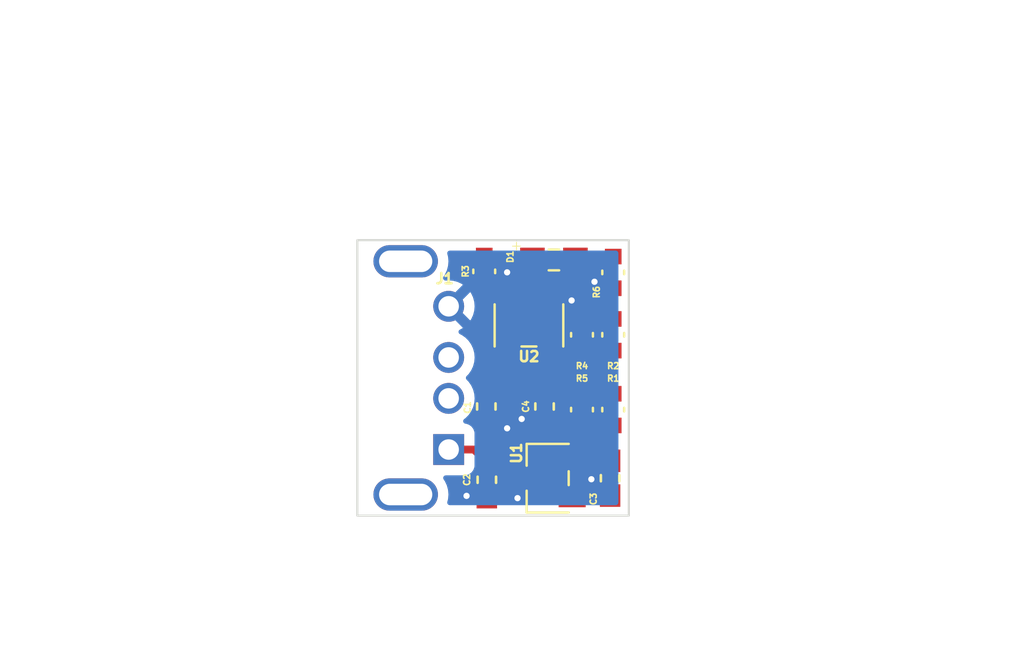
<source format=kicad_pcb>
(kicad_pcb (version 20211014) (generator pcbnew)
  (layers (0 "F.Cu" signal) (31 "B.Cu" signal) (34 "B.Paste" user) (35 "F.Paste" user) (36 "B.SilkS" user "B.Silkscreen") (37 "F.SilkS" user "F.Silkscreen") (38 "B.Mask" user) (39 "F.Mask" user) (44 "Edge.Cuts" user))
  (net 0 "")
  (net 1 "GND")
  (net 2 "Net-(C1-Pad2)")
  (net 3 "Net-(R1-Pad1)")
  (net 4 "Net-(R1-Pad2)")
  (net 5 "Net-(C2-Pad1)")
  (net 6 "Net-(C3-Pad2)")
  (net 7 "Net-(D1-Pad-)")
  (net 8 "Net-(D1-Pad+)")
  (footprint "EclectronicsMP1:MOLEX_48037-0001" (layer "F.Cu") (at 141.6543 89.73855 -90)
    (fp_text reference "J1" (at -4.85175 -1.9065 180) (layer "F.SilkS") (effects (font (size 0.5 0.5) (thickness 0.125))))
    (fp_text value "48037-0001")
    (pad "" np_thru_hole circle (at -2.25 0 270) (size 1.25 1.25) (drill 1.25) (layers *.Cu *.Mask))
    (pad "" np_thru_hole circle (at 2.25 0 270) (size 1.25 1.25) (drill 1.25) (layers *.Cu *.Mask))
    (pad "1" thru_hole rect (at 3.5 -2.1 270) (size 1.508 1.508) (drill 1) (layers *.Cu *.Mask) (net 5 "Net-(C2-Pad1)"))
    (pad "2" thru_hole circle (at 1 -2.1 270) (size 1.508 1.508) (drill 1) (layers *.Cu *.Mask))
    (pad "3" thru_hole circle (at -1 -2.1 270) (size 1.508 1.508) (drill 1) (layers *.Cu *.Mask))
    (pad "4" thru_hole circle (at -3.5 -2.1 270) (size 1.508 1.508) (drill 1) (layers *.Cu *.Mask) (net 1 "GND"))
    (pad "S1" thru_hole oval (at 5.7 0 270) (size 1.575 3.15) (drill oval 1.05 2.6) (layers *.Cu *.Mask))
    (pad "S2" thru_hole oval (at -5.7 0 270) (size 1.575 3.15) (drill oval 1.05 2.6) (layers *.Cu *.Mask))
  )
  (footprint "EclectronicsMP1:CAPC1608X90" (layer "F.Cu") (at 151.638 94.6404 90)
    (fp_text reference "C3" (at -1.016 -0.8128 90) (layer "F.SilkS") (effects (font (size 0.3 0.3) (thickness 0.075))))
    (fp_text value "C0603C105K3RACTU")
    (fp_line (start -0.15 -0.45) (end 0.15 -0.45) (layer "F.SilkS") (width 0.127))
    (fp_line (start -0.15 0.45) (end 0.15 0.45) (layer "F.SilkS") (width 0.127))
    (pad "1" smd rect (at -0.85 0 90) (size 1.1 1) (layers "F.Cu" "F.Paste" "F.Mask") (net 1 "GND"))
    (pad "2" smd rect (at 0.85 0 90) (size 1.1 1) (layers "F.Cu" "F.Paste" "F.Mask") (net 6 "Net-(C3-Pad2)"))
  )
  (footprint "EclectronicsMP1:MCP6021T-E&slash_OT" (layer "F.Cu") (at 147.6756 87.1728 -90)
    (fp_text reference "U2" (at 1.524 0 -180) (layer "F.SilkS") (effects (font (size 0.5 0.5) (thickness 0.125))))
    (fp_text value "MCP6021T-E/OT")
    (fp_line (start 1.0287 -1.6764) (end -1.0287 -1.6764) (layer "F.SilkS") (width 0.12))
    (fp_line (start -1.0287 1.6764) (end 1.0287 1.6764) (layer "F.SilkS") (width 0.12))
    (fp_line (start 1.0287 0.363261) (end 1.0287 -0.363261) (layer "F.SilkS") (width 0.12))
    (pad "1" smd rect (at -1.2954 -0.950001 270) (size 1.3208 0.508) (layers "F.Cu" "F.Paste" "F.Mask") (net 8 "Net-(D1-Pad+)"))
    (pad "2" smd rect (at -1.2954 0 270) (size 1.3208 0.508) (layers "F.Cu" "F.Paste" "F.Mask") (net 1 "GND"))
    (pad "3" smd rect (at -1.2954 0.950001 270) (size 1.3208 0.508) (layers "F.Cu" "F.Paste" "F.Mask") (net 3 "Net-(R1-Pad1)"))
    (pad "4" smd rect (at 1.2954 0.950001 270) (size 1.3208 0.508) (layers "F.Cu" "F.Paste" "F.Mask") (net 2 "Net-(C1-Pad2)"))
    (pad "5" smd rect (at 1.2954 -0.950001 270) (size 1.3208 0.508) (layers "F.Cu" "F.Paste" "F.Mask") (net 6 "Net-(C3-Pad2)"))
  )
  (footprint "EclectronicsMP1:MCP1702T-3302E&slash_CB" (layer "F.Cu") (at 148.59 94.6404 90)
    (fp_text reference "U1" (at 1.2192 -1.524 90) (layer "F.SilkS") (effects (font (size 0.5 0.5) (thickness 0.125))))
    (fp_text value "MCP1702T-3302E/CB")
    (fp_line (start -1.676999 -1.027) (end -1.676999 1.027) (layer "F.SilkS") (width 0.12))
    (fp_line (start 1.676999 1.027) (end 1.676999 -1.027) (layer "F.SilkS") (width 0.12))
    (fp_line (start -0.61214 -1.027) (end -1.676999 -1.027) (layer "F.SilkS") (width 0.12))
    (fp_line (start 1.676999 -1.027) (end 0.61214 -1.027) (layer "F.SilkS") (width 0.12))
    (fp_line (start -0.337861 1.027) (end 0.337861 1.027) (layer "F.SilkS") (width 0.12))
    (pad "1" smd rect (at -0.950001 1.1952 90) (size 0.9398 1.3208) (layers "F.Cu" "F.Paste" "F.Mask") (net 1 "GND"))
    (pad "2" smd rect (at 0.950001 1.1952 90) (size 0.9398 1.3208) (layers "F.Cu" "F.Paste" "F.Mask") (net 6 "Net-(C3-Pad2)"))
    (pad "3" smd rect (at 0 -1.1952 90) (size 0.9398 1.3208) (layers "F.Cu" "F.Paste" "F.Mask") (net 5 "Net-(C2-Pad1)"))
  )
  (footprint "EclectronicsMP1:RC0603FR-078K06L" (layer "F.Cu") (at 151.7904 87.63 90)
    (fp_text reference "R2" (at -1.524 0 180) (layer "F.SilkS") (effects (font (size 0.3 0.3) (thickness 0.075))))
    (fp_text value "RC0603FR-078K06L")
    (fp_line (start 0.08615 -0.5334) (end -0.08615 -0.5334) (layer "F.SilkS") (width 0.12))
    (fp_line (start -0.08615 0.5334) (end 0.08615 0.5334) (layer "F.SilkS") (width 0.12))
    (pad "1" smd rect (at -0.7747 0 90) (size 0.762 0.8128) (layers "F.Cu" "F.Paste" "F.Mask") (net 3 "Net-(R1-Pad1)"))
    (pad "2" smd rect (at 0.7747 0 90) (size 0.762 0.8128) (layers "F.Cu" "F.Paste" "F.Mask") (net 8 "Net-(D1-Pad+)"))
  )
  (footprint "EclectronicsMP1:RC0603FR-072ML" (layer "F.Cu") (at 145.4912 84.5312 -90)
    (fp_text reference "R3" (at 0 0.9144 -270) (layer "F.SilkS") (effects (font (size 0.3 0.3) (thickness 0.075))))
    (fp_text value "RC0603FR-072ML")
    (fp_line (start 0.08615 -0.5334) (end -0.08615 -0.5334) (layer "F.SilkS") (width 0.12))
    (fp_line (start -0.08615 0.5334) (end 0.08615 0.5334) (layer "F.SilkS") (width 0.12))
    (pad "1" smd rect (at -0.7747 0 270) (size 0.762 0.8128) (layers "F.Cu" "F.Paste" "F.Mask") (net 8 "Net-(D1-Pad+)"))
    (pad "2" smd rect (at 0.7747 0 270) (size 0.762 0.8128) (layers "F.Cu" "F.Paste" "F.Mask") (net 2 "Net-(C1-Pad2)"))
  )
  (footprint "EclectronicsMP1:RC0603FR-071K43L" (layer "F.Cu") (at 151.7904 91.2876 -90)
    (fp_text reference "R1" (at -1.524 0 180) (layer "F.SilkS") (effects (font (size 0.3 0.3) (thickness 0.075))))
    (fp_text value "RC0603FR-071K43L")
    (fp_line (start 0.08615 -0.5334) (end -0.08615 -0.5334) (layer "F.SilkS") (width 0.12))
    (fp_line (start -0.08615 0.5334) (end 0.08615 0.5334) (layer "F.SilkS") (width 0.12))
    (pad "1" smd rect (at -0.7747 0 270) (size 0.762 0.8128) (layers "F.Cu" "F.Paste" "F.Mask") (net 3 "Net-(R1-Pad1)"))
    (pad "2" smd rect (at 0.7747 0 270) (size 0.762 0.8128) (layers "F.Cu" "F.Paste" "F.Mask") (net 4 "Net-(R1-Pad2)"))
  )
  (footprint "EclectronicsMP1:RC0603FR-07100RL" (layer "F.Cu") (at 150.2664 87.63 90)
    (fp_text reference "R4" (at -1.524 0 180) (layer "F.SilkS") (effects (font (size 0.3 0.3) (thickness 0.075))))
    (fp_text value "RC0603FR-07100RL")
    (fp_line (start -0.08615 0.5334) (end 0.08615 0.5334) (layer "F.SilkS") (width 0.12))
    (fp_line (start 0.08615 -0.5334) (end -0.08615 -0.5334) (layer "F.SilkS") (width 0.12))
    (pad "1" smd rect (at -0.7747 0 90) (size 0.762 0.8128) (layers "F.Cu" "F.Paste" "F.Mask") (net 4 "Net-(R1-Pad2)"))
    (pad "2" smd rect (at 0.7747 0 90) (size 0.762 0.8128) (layers "F.Cu" "F.Paste" "F.Mask") (net 1 "GND"))
  )
  (footprint "EclectronicsMP1:DIOC200X125X110" (layer "F.Cu") (at 148.8948 83.9724 180)
    (fp_text reference "D1" (at 2.1336 0.1524 90) (layer "F.SilkS") (effects (font (size 0.3 0.3) (thickness 0.075))))
    (fp_text value "LTST-C171KRKT")
    (fp_text user "+" (at 1.8288 0.635 180 unlocked) (layer "F.SilkS") (effects (font (size 0.5 0.5) (thickness 0.05))))
    (fp_line (start -0.254 -0.508) (end 0.254 -0.508) (layer "F.SilkS") (width 0.12))
    (fp_line (start -0.254 0.508) (end 0.254 0.508) (layer "F.SilkS") (width 0.12))
    (pad "+" smd rect (at 1.05 0 180) (size 1.2 1.2) (layers "F.Cu" "F.Paste" "F.Mask") (net 8 "Net-(D1-Pad+)"))
    (pad "-" smd rect (at -1.05 0 180) (size 1.2 1.2) (layers "F.Cu" "F.Paste" "F.Mask") (net 7 "Net-(D1-Pad-)"))
  )
  (footprint "EclectronicsMP1:RC0603FR-0763R4L" (layer "F.Cu") (at 151.7904 84.582 90)
    (fp_text reference "R6" (at -0.9652 -0.8128 90) (layer "F.SilkS") (effects (font (size 0.3 0.3) (thickness 0.075))))
    (fp_text value "RC0603FR-0763R4L")
    (fp_line (start 0.08615 -0.5334) (end -0.08615 -0.5334) (layer "F.SilkS") (width 0.12))
    (fp_line (start -0.08615 0.5334) (end 0.08615 0.5334) (layer "F.SilkS") (width 0.12))
    (pad "1" smd rect (at -0.7747 0 90) (size 0.762 0.8128) (layers "F.Cu" "F.Paste" "F.Mask") (net 1 "GND"))
    (pad "2" smd rect (at 0.7747 0 90) (size 0.762 0.8128) (layers "F.Cu" "F.Paste" "F.Mask") (net 7 "Net-(D1-Pad-)"))
  )
  (footprint "EclectronicsMP1:RC0603FR-07100RL" (layer "F.Cu") (at 150.2664 91.2876 90)
    (fp_text reference "R5" (at 1.524 0 180) (layer "F.SilkS") (effects (font (size 0.3 0.3) (thickness 0.075))))
    (fp_text value "RC0603FR-07100RL")
    (fp_line (start 0.08615 -0.5334) (end -0.08615 -0.5334) (layer "F.SilkS") (width 0.12))
    (fp_line (start -0.08615 0.5334) (end 0.08615 0.5334) (layer "F.SilkS") (width 0.12))
    (pad "1" smd rect (at -0.7747 0 90) (size 0.762 0.8128) (layers "F.Cu" "F.Paste" "F.Mask") (net 6 "Net-(C3-Pad2)"))
    (pad "2" smd rect (at 0.7747 0 90) (size 0.762 0.8128) (layers "F.Cu" "F.Paste" "F.Mask") (net 4 "Net-(R1-Pad2)"))
  )
  (footprint "EclectronicsMP1:CAPC1608X90" (layer "F.Cu") (at 145.6182 94.7166 -90)
    (fp_text reference "C2" (at 0 0.9724 90) (layer "F.SilkS") (effects (font (size 0.3 0.3) (thickness 0.075))))
    (fp_text value "C0603C105K3RACTU")
    (fp_line (start -0.15 0.45) (end 0.15 0.45) (layer "F.SilkS") (width 0.127))
    (fp_line (start -0.15 -0.45) (end 0.15 -0.45) (layer "F.SilkS") (width 0.127))
    (pad "1" smd rect (at -0.85 0 270) (size 1.1 1) (layers "F.Cu" "F.Paste" "F.Mask") (net 5 "Net-(C2-Pad1)"))
    (pad "2" smd rect (at 0.85 0 270) (size 1.1 1) (layers "F.Cu" "F.Paste" "F.Mask") (net 1 "GND"))
  )
  (footprint "EclectronicsMP1:CAPC1608X90" (layer "F.Cu") (at 148.4376 91.1352 90)
    (fp_text reference "C4" (at 0 -0.9144 90) (layer "F.SilkS") (effects (font (size 0.3 0.3) (thickness 0.075))))
    (fp_text value "CC0603JRX7R9BB104")
    (fp_line (start -0.15 0.45) (end 0.15 0.45) (layer "F.SilkS") (width 0.127))
    (fp_line (start -0.15 -0.45) (end 0.15 -0.45) (layer "F.SilkS") (width 0.127))
    (pad "1" smd rect (at -0.85 0 90) (size 1.1 1) (layers "F.Cu" "F.Paste" "F.Mask") (net 1 "GND"))
    (pad "2" smd rect (at 0.85 0 90) (size 1.1 1) (layers "F.Cu" "F.Paste" "F.Mask") (net 6 "Net-(C3-Pad2)"))
  )
  (footprint "EclectronicsMP1:CAPC1608X90" (layer "F.Cu") (at 145.5928 91.1352 90)
    (fp_text reference "C1" (at -0.0508 -0.9144 90) (layer "F.SilkS") (effects (font (size 0.3 0.3) (thickness 0.075))))
    (fp_text value "CC0603JRX7R9BB104")
    (fp_line (start -0.15 -0.45) (end 0.15 -0.45) (layer "F.SilkS") (width 0.127))
    (fp_line (start -0.15 0.45) (end 0.15 0.45) (layer "F.SilkS") (width 0.127))
    (pad "1" smd rect (at -0.85 0 90) (size 1.1 1) (layers "F.Cu" "F.Paste" "F.Mask") (net 1 "GND"))
    (pad "2" smd rect (at 0.85 0 90) (size 1.1 1) (layers "F.Cu" "F.Paste" "F.Mask") (net 2 "Net-(C1-Pad2)"))
  )
  (gr_rect (start 152.5524 96.4692) (end 139.2936 83.0072) (layer "Edge.Cuts") (width 0.1) (fill none))
  (segment (start 144.6276 95.504) (end 144.6902 95.5666) (width 0.381) (layer "F.Cu") (net 1))
  (segment (start 147.6756 85.8774) (end 147.6756 85.4668) (width 0.2032) (layer "F.Cu") (net 1))
  (segment (start 151.638 95.4904) (end 151.5228 95.4904) (width 0.381) (layer "F.Cu") (net 1))
  (segment (start 144.6902 95.5666) (end 145.6182 95.5666) (width 0.381) (layer "F.Cu") (net 1))
  (segment (start 146.6088 92.202) (end 146.392 91.9852) (width 0.2032) (layer "F.Cu") (net 1))
  (segment (start 147.5604 91.9852) (end 147.32 91.7448) (width 0.381) (layer "F.Cu") (net 1))
  (segment (start 149.7852 95.590401) (end 147.141001 95.590401) (width 0.381) (layer "F.Cu") (net 1))
  (segment (start 150.2664 86.4616) (end 150.2664 86.8553) (width 0.2032) (layer "F.Cu") (net 1))
  (segment (start 146.392 91.9852) (end 145.5928 91.9852) (width 0.2032) (layer "F.Cu") (net 1))
  (segment (start 147.6756 85.4668) (end 146.7871 84.5783) (width 0.2032) (layer "F.Cu") (net 1))
  (segment (start 151.1935 85.3567) (end 151.7904 85.3567) (width 0.2032) (layer "F.Cu") (net 1))
  (segment (start 148.4376 91.9852) (end 147.5604 91.9852) (width 0.381) (layer "F.Cu") (net 1))
  (segment (start 147.141001 95.590401) (end 147.1168 95.614602) (width 0.381) (layer "F.Cu") (net 1))
  (segment (start 151.5228 95.4904) (end 150.7236 94.6912) (width 0.381) (layer "F.Cu") (net 1))
  (segment (start 149.7584 85.9536) (end 150.2664 86.4616) (width 0.2032) (layer "F.Cu") (net 1))
  (segment (start 146.7871 84.5783) (end 146.6088 84.5783) (width 0.2032) (layer "F.Cu") (net 1))
  (segment (start 151.638 95.4904) (end 151.443089 95.4904) (width 0.381) (layer "F.Cu") (net 1))
  (segment (start 150.876 85.0392) (end 151.1935 85.3567) (width 0.2032) (layer "F.Cu") (net 1))
  (via (at 146.6088 84.5783) (size 0.6096) (drill 0.3048) (layers "F.Cu" "B.Cu") (net 1))
  (via (at 147.32 91.7448) (size 0.6096) (drill 0.3048) (layers "F.Cu" "B.Cu") (net 1))
  (via (at 150.876 85.0392) (size 0.6096) (drill 0.3048) (layers "F.Cu" "B.Cu") (net 1))
  (via (at 149.7584 85.9536) (size 0.6096) (drill 0.3048) (layers "F.Cu" "B.Cu") (net 1))
  (via (at 147.1168 95.614602) (size 0.6096) (drill 0.3048) (layers "F.Cu" "B.Cu") (net 1))
  (via (at 150.7236 94.6912) (size 0.6096) (drill 0.3048) (layers "F.Cu" "B.Cu") (net 1))
  (via (at 144.6276 95.504) (size 0.6096) (drill 0.3048) (layers "F.Cu" "B.Cu") (net 1))
  (via (at 146.6088 92.202) (size 0.6096) (drill 0.3048) (layers "F.Cu" "B.Cu") (net 1))
  (segment (start 145.4912 87.233801) (end 145.4912 85.3059) (width 0.2032) (layer "F.Cu") (net 2))
  (segment (start 146.725599 88.4682) (end 145.4912 87.233801) (width 0.2032) (layer "F.Cu") (net 2))
  (segment (start 146.725599 88.4682) (end 146.725599 89.152401) (width 0.2032) (layer "F.Cu") (net 2))
  (segment (start 146.725599 89.152401) (end 145.5928 90.2852) (width 0.2032) (layer "F.Cu") (net 2))
  (segment (start 149.352 87.4776) (end 147.828 87.4776) (width 0.2032) (layer "F.Cu") (net 3))
  (segment (start 151.7904 90.5129) (end 151.7904 88.4047) (width 0.2032) (layer "F.Cu") (net 3))
  (segment (start 147.828 87.4776) (end 146.725599 86.375199) (width 0.2032) (layer "F.Cu") (net 3))
  (segment (start 146.725599 86.375199) (end 146.725599 85.8774) (width 0.2032) (layer "F.Cu") (net 3))
  (segment (start 149.4536 87.5792) (end 149.352 87.4776) (width 0.2032) (layer "F.Cu") (net 3))
  (segment (start 150.9649 87.5792) (end 149.4536 87.5792) (width 0.2032) (layer "F.Cu") (net 3))
  (segment (start 151.7904 88.4047) (end 150.9649 87.5792) (width 0.2032) (layer "F.Cu") (net 3))
  (segment (start 150.2664 90.5129) (end 150.2664 88.4047) (width 0.2032) (layer "F.Cu") (net 4))
  (segment (start 150.2664 90.5129) (end 150.2664 90.5383) (width 0.2032) (layer "F.Cu") (net 4))
  (segment (start 150.2664 90.5383) (end 151.7904 92.0623) (width 0.2032) (layer "F.Cu") (net 4))
  (segment (start 145.6182 93.8666) (end 146.621 93.8666) (width 0.381) (layer "F.Cu") (net 5))
  (segment (start 146.621 93.8666) (end 147.3948 94.6404) (width 0.381) (layer "F.Cu") (net 5))
  (segment (start 143.7543 93.23855) (end 144.99015 93.23855) (width 0.381) (layer "F.Cu") (net 5))
  (segment (start 144.99015 93.23855) (end 145.6182 93.8666) (width 0.381) (layer "F.Cu") (net 5))
  (segment (start 149.7852 93.690399) (end 149.7852 92.5435) (width 0.381) (layer "F.Cu") (net 6))
  (segment (start 150.2147 92.0623) (end 148.4376 90.2852) (width 0.381) (layer "F.Cu") (net 6))
  (segment (start 149.7852 92.5435) (end 150.2664 92.0623) (width 0.381) (layer "F.Cu") (net 6))
  (segment (start 151.537999 93.690399) (end 151.638 93.7904) (width 0.381) (layer "F.Cu") (net 6))
  (segment (start 150.2664 92.0623) (end 150.2147 92.0623) (width 0.381) (layer "F.Cu") (net 6))
  (segment (start 149.7852 93.690399) (end 151.537999 93.690399) (width 0.381) (layer "F.Cu") (net 6))
  (segment (start 148.625601 88.4682) (end 148.625601 90.097199) (width 0.381) (layer "F.Cu") (net 6))
  (segment (start 148.625601 90.097199) (end 148.4376 90.2852) (width 0.381) (layer "F.Cu") (net 6))
  (segment (start 151.6253 83.9724) (end 151.7904 83.8073) (width 0.2032) (layer "F.Cu") (net 7))
  (segment (start 149.9448 83.9724) (end 151.6253 83.9724) (width 0.2032) (layer "F.Cu") (net 7))
  (segment (start 150.1172 85.3472) (end 151.6253 86.8553) (width 0.2032) (layer "F.Cu") (net 8))
  (segment (start 149.155801 85.3472) (end 150.1172 85.3472) (width 0.2032) (layer "F.Cu") (net 8))
  (segment (start 147.6289 83.7565) (end 147.8448 83.9724) (width 0.2032) (layer "F.Cu") (net 8))
  (segment (start 151.6253 86.8553) (end 151.7904 86.8553) (width 0.2032) (layer "F.Cu") (net 8))
  (segment (start 148.625601 84.753201) (end 147.8448 83.9724) (width 0.2032) (layer "F.Cu") (net 8))
  (segment (start 148.625601 85.8774) (end 148.625601 84.753201) (width 0.2032) (layer "F.Cu") (net 8))
  (segment (start 145.4912 83.7565) (end 147.6289 83.7565) (width 0.2032) (layer "F.Cu") (net 8))
  (segment (start 148.625601 85.8774) (end 149.155801 85.3472) (width 0.2032) (layer "F.Cu") (net 8))
  (zone (net 1) (net_name "GND") (layer "B.Cu") (connect_pads (clearance 0.508)) (min_thickness 0.254) (fill yes (thermal_gap 0.508) (thermal_bridge_width 0.508))
    (polygon (pts (xy 154.2288 97.9932) (xy 138.2268 97.6884) (xy 137.922 82.1436) (xy 153.7716 81.534)))
  )
)
</source>
